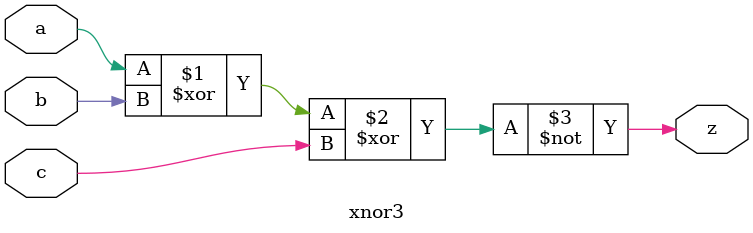
<source format=sv>
module top_module (
    input clk,
    input x,
    output reg z
);

reg flop1;
reg flop2;
reg flop3;
reg rst;

wire xor_output;
wire and_output;
wire or_output;

xnor3 xnor_gate (
    .a(flop1),
    .b(flop2),
    .c(flop3),
    .z(z)
);

xor2 xor_gate (
    .a(flop1),
    .b(flop1),
    .z(xor_output)
);

and2 and_gate (
    .a(flop2),
    .b(~flop2),
    .z(and_output)
);

or2 or_gate (
    .a(flop3),
    .b(~flop3),
    .z(or_output)
);

always @(posedge clk) begin
    if (rst) begin
        flop1 <= 1'b0;
        flop2 <= 1'b0;
        flop3 <= 1'b0;
    end else begin
        flop1 <= xor_output;
        flop2 <= and_output;
        flop3 <= or_output;
    end
end

endmodule
module xor2 (
    input a,
    input b,
    output z
);
    assign z = a ^ b;
endmodule
module and2 (
    input a,
    input b,
    output z
);
    assign z = a & b;
endmodule
module or2 (
    input a,
    input b,
    output z
);
    assign z = a | b;
endmodule
module xnor3 (
    input a,
    input b,
    input c,
    output z
);
    assign z = ~(a ^ b ^ c);
endmodule

</source>
